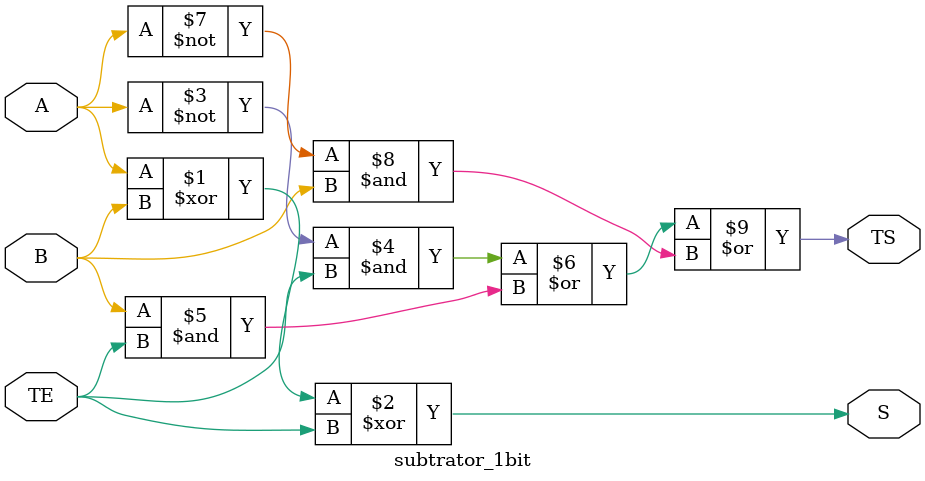
<source format=v>

module subtrator_1bit (A, B, TE, S, TS);

	input A, B, TE;
	output S, TS;
	
	assign S = (A^B)^TE;
	assign TS = (~A&TE) | (B&TE) | (~A&B);
	
endmodule

</source>
